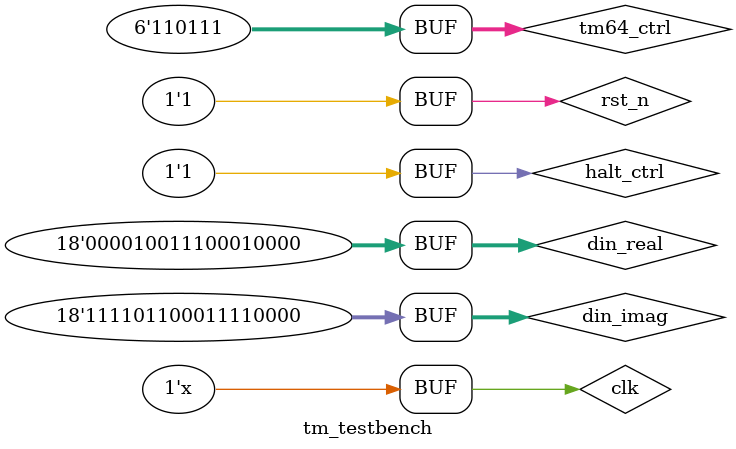
<source format=v>
module tm_testbench();

localparam DATA_WIDTH_IN = 18;
localparam DATA_WIDTH_OUT = 18;

reg signed                      clk;
reg signed                      rst_n;
reg signed                      halt_ctrl;
reg signed [5:0]                tm64_ctrl;
reg signed [DATA_WIDTH_IN-1:0]  din_real;
reg signed [DATA_WIDTH_IN-1:0]  din_imag;

always
begin
	#5 clk = ~clk;
end

initial
begin
	clk = 1;
	rst_n = 1;
	halt_ctrl = 0;
	tm64_ctrl = 0;
	din_real = 0;
	din_imag = 0;

	#40 rst_n = 0;
	#20 rst_n = 1;

	#20 halt_ctrl <= 1;
		tm64_ctrl <= 27;
		din_real <= 10000;
		din_imag <= -10000;

	#10 tm64_ctrl <= 55;
		din_real <= 10000;
		din_imag <= -10000;

end

dif_radix2_64p_tm
#(
	.DATA_WIDTH_IN(18),
	.DATA_WIDTH_OUT(18)
) tm (
	.clk(clk),
	.rst_n(rst_n),
	.halt_ctrl(halt_ctrl),
	.tm64_ctrl(tm64_ctrl),
	.din_real(din_real),
	.din_imag(din_imag),
	.dout_real(),
	.dout_imag()
);

endmodule
</source>
